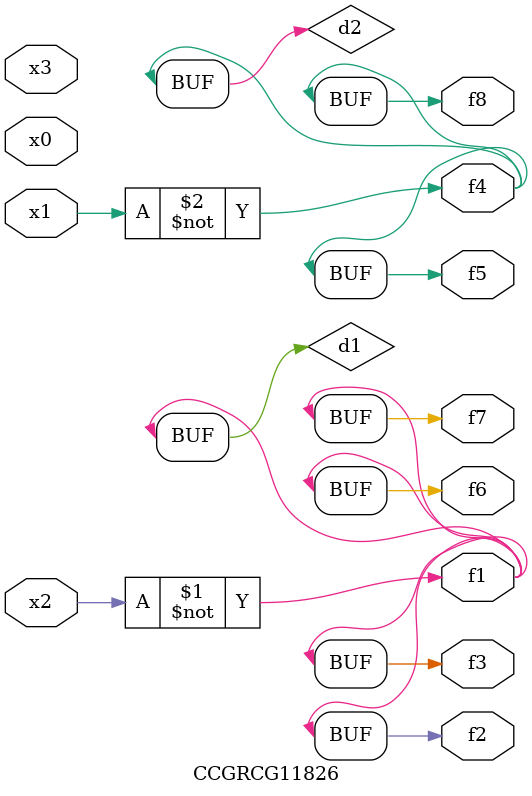
<source format=v>
module CCGRCG11826(
	input x0, x1, x2, x3,
	output f1, f2, f3, f4, f5, f6, f7, f8
);

	wire d1, d2;

	xnor (d1, x2);
	not (d2, x1);
	assign f1 = d1;
	assign f2 = d1;
	assign f3 = d1;
	assign f4 = d2;
	assign f5 = d2;
	assign f6 = d1;
	assign f7 = d1;
	assign f8 = d2;
endmodule

</source>
